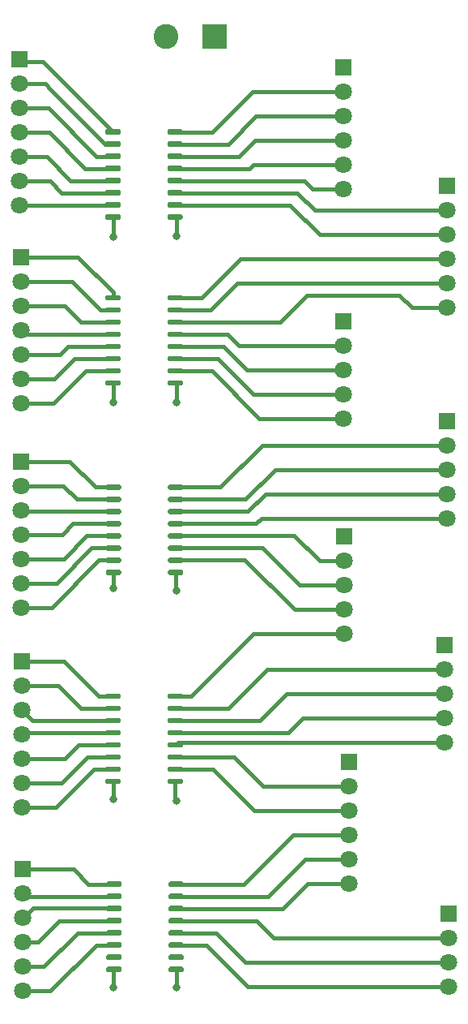
<source format=gtl>
%TF.GenerationSoftware,KiCad,Pcbnew,(5.1.10-1-10_14)*%
%TF.CreationDate,2022-05-12T15:34:05+03:00*%
%TF.ProjectId,Logic_signal_amplifier,4c6f6769-635f-4736-9967-6e616c5f616d,rev?*%
%TF.SameCoordinates,Original*%
%TF.FileFunction,Copper,L1,Top*%
%TF.FilePolarity,Positive*%
%FSLAX46Y46*%
G04 Gerber Fmt 4.6, Leading zero omitted, Abs format (unit mm)*
G04 Created by KiCad (PCBNEW (5.1.10-1-10_14)) date 2022-05-12 15:34:05*
%MOMM*%
%LPD*%
G01*
G04 APERTURE LIST*
%TA.AperFunction,ComponentPad*%
%ADD10C,2.600000*%
%TD*%
%TA.AperFunction,ComponentPad*%
%ADD11R,2.600000X2.600000*%
%TD*%
%TA.AperFunction,ComponentPad*%
%ADD12C,1.800000*%
%TD*%
%TA.AperFunction,ComponentPad*%
%ADD13R,1.800000X1.800000*%
%TD*%
%TA.AperFunction,ViaPad*%
%ADD14C,0.800000*%
%TD*%
%TA.AperFunction,Conductor*%
%ADD15C,0.400000*%
%TD*%
G04 APERTURE END LIST*
%TO.P,U5,16*%
%TO.N,7_br3*%
%TA.AperFunction,SMDPad,CuDef*%
G36*
G01*
X114450000Y-129292500D02*
X114450000Y-129017500D01*
G75*
G02*
X114587500Y-128880000I137500J0D01*
G01*
X115912500Y-128880000D01*
G75*
G02*
X116050000Y-129017500I0J-137500D01*
G01*
X116050000Y-129292500D01*
G75*
G02*
X115912500Y-129430000I-137500J0D01*
G01*
X114587500Y-129430000D01*
G75*
G02*
X114450000Y-129292500I0J137500D01*
G01*
G37*
%TD.AperFunction*%
%TO.P,U5,15*%
%TO.N,7_br4*%
%TA.AperFunction,SMDPad,CuDef*%
G36*
G01*
X114450000Y-130562500D02*
X114450000Y-130287500D01*
G75*
G02*
X114587500Y-130150000I137500J0D01*
G01*
X115912500Y-130150000D01*
G75*
G02*
X116050000Y-130287500I0J-137500D01*
G01*
X116050000Y-130562500D01*
G75*
G02*
X115912500Y-130700000I-137500J0D01*
G01*
X114587500Y-130700000D01*
G75*
G02*
X114450000Y-130562500I0J137500D01*
G01*
G37*
%TD.AperFunction*%
%TO.P,U5,14*%
%TO.N,7_br5*%
%TA.AperFunction,SMDPad,CuDef*%
G36*
G01*
X114450000Y-131832500D02*
X114450000Y-131557500D01*
G75*
G02*
X114587500Y-131420000I137500J0D01*
G01*
X115912500Y-131420000D01*
G75*
G02*
X116050000Y-131557500I0J-137500D01*
G01*
X116050000Y-131832500D01*
G75*
G02*
X115912500Y-131970000I-137500J0D01*
G01*
X114587500Y-131970000D01*
G75*
G02*
X114450000Y-131832500I0J137500D01*
G01*
G37*
%TD.AperFunction*%
%TO.P,U5,13*%
%TO.N,8_cbvm1*%
%TA.AperFunction,SMDPad,CuDef*%
G36*
G01*
X114450000Y-133102500D02*
X114450000Y-132827500D01*
G75*
G02*
X114587500Y-132690000I137500J0D01*
G01*
X115912500Y-132690000D01*
G75*
G02*
X116050000Y-132827500I0J-137500D01*
G01*
X116050000Y-133102500D01*
G75*
G02*
X115912500Y-133240000I-137500J0D01*
G01*
X114587500Y-133240000D01*
G75*
G02*
X114450000Y-133102500I0J137500D01*
G01*
G37*
%TD.AperFunction*%
%TO.P,U5,12*%
%TO.N,8_cbvm2*%
%TA.AperFunction,SMDPad,CuDef*%
G36*
G01*
X114450000Y-134372500D02*
X114450000Y-134097500D01*
G75*
G02*
X114587500Y-133960000I137500J0D01*
G01*
X115912500Y-133960000D01*
G75*
G02*
X116050000Y-134097500I0J-137500D01*
G01*
X116050000Y-134372500D01*
G75*
G02*
X115912500Y-134510000I-137500J0D01*
G01*
X114587500Y-134510000D01*
G75*
G02*
X114450000Y-134372500I0J137500D01*
G01*
G37*
%TD.AperFunction*%
%TO.P,U5,11*%
%TO.N,8_cbvm3*%
%TA.AperFunction,SMDPad,CuDef*%
G36*
G01*
X114450000Y-135642500D02*
X114450000Y-135367500D01*
G75*
G02*
X114587500Y-135230000I137500J0D01*
G01*
X115912500Y-135230000D01*
G75*
G02*
X116050000Y-135367500I0J-137500D01*
G01*
X116050000Y-135642500D01*
G75*
G02*
X115912500Y-135780000I-137500J0D01*
G01*
X114587500Y-135780000D01*
G75*
G02*
X114450000Y-135642500I0J137500D01*
G01*
G37*
%TD.AperFunction*%
%TO.P,U5,10*%
%TO.N,N/C*%
%TA.AperFunction,SMDPad,CuDef*%
G36*
G01*
X114450000Y-136912500D02*
X114450000Y-136637500D01*
G75*
G02*
X114587500Y-136500000I137500J0D01*
G01*
X115912500Y-136500000D01*
G75*
G02*
X116050000Y-136637500I0J-137500D01*
G01*
X116050000Y-136912500D01*
G75*
G02*
X115912500Y-137050000I-137500J0D01*
G01*
X114587500Y-137050000D01*
G75*
G02*
X114450000Y-136912500I0J137500D01*
G01*
G37*
%TD.AperFunction*%
%TO.P,U5,9*%
%TO.N,+5V*%
%TA.AperFunction,SMDPad,CuDef*%
G36*
G01*
X114450000Y-138182500D02*
X114450000Y-137907500D01*
G75*
G02*
X114587500Y-137770000I137500J0D01*
G01*
X115912500Y-137770000D01*
G75*
G02*
X116050000Y-137907500I0J-137500D01*
G01*
X116050000Y-138182500D01*
G75*
G02*
X115912500Y-138320000I-137500J0D01*
G01*
X114587500Y-138320000D01*
G75*
G02*
X114450000Y-138182500I0J137500D01*
G01*
G37*
%TD.AperFunction*%
%TO.P,U5,8*%
%TO.N,GND*%
%TA.AperFunction,SMDPad,CuDef*%
G36*
G01*
X107950000Y-138182500D02*
X107950000Y-137907500D01*
G75*
G02*
X108087500Y-137770000I137500J0D01*
G01*
X109412500Y-137770000D01*
G75*
G02*
X109550000Y-137907500I0J-137500D01*
G01*
X109550000Y-138182500D01*
G75*
G02*
X109412500Y-138320000I-137500J0D01*
G01*
X108087500Y-138320000D01*
G75*
G02*
X107950000Y-138182500I0J137500D01*
G01*
G37*
%TD.AperFunction*%
%TO.P,U5,7*%
%TO.N,N/C*%
%TA.AperFunction,SMDPad,CuDef*%
G36*
G01*
X107950000Y-136912500D02*
X107950000Y-136637500D01*
G75*
G02*
X108087500Y-136500000I137500J0D01*
G01*
X109412500Y-136500000D01*
G75*
G02*
X109550000Y-136637500I0J-137500D01*
G01*
X109550000Y-136912500D01*
G75*
G02*
X109412500Y-137050000I-137500J0D01*
G01*
X108087500Y-137050000D01*
G75*
G02*
X107950000Y-136912500I0J137500D01*
G01*
G37*
%TD.AperFunction*%
%TO.P,U5,6*%
%TO.N,Net-(J5-Pad6)*%
%TA.AperFunction,SMDPad,CuDef*%
G36*
G01*
X107950000Y-135642500D02*
X107950000Y-135367500D01*
G75*
G02*
X108087500Y-135230000I137500J0D01*
G01*
X109412500Y-135230000D01*
G75*
G02*
X109550000Y-135367500I0J-137500D01*
G01*
X109550000Y-135642500D01*
G75*
G02*
X109412500Y-135780000I-137500J0D01*
G01*
X108087500Y-135780000D01*
G75*
G02*
X107950000Y-135642500I0J137500D01*
G01*
G37*
%TD.AperFunction*%
%TO.P,U5,5*%
%TO.N,Net-(J5-Pad5)*%
%TA.AperFunction,SMDPad,CuDef*%
G36*
G01*
X107950000Y-134372500D02*
X107950000Y-134097500D01*
G75*
G02*
X108087500Y-133960000I137500J0D01*
G01*
X109412500Y-133960000D01*
G75*
G02*
X109550000Y-134097500I0J-137500D01*
G01*
X109550000Y-134372500D01*
G75*
G02*
X109412500Y-134510000I-137500J0D01*
G01*
X108087500Y-134510000D01*
G75*
G02*
X107950000Y-134372500I0J137500D01*
G01*
G37*
%TD.AperFunction*%
%TO.P,U5,4*%
%TO.N,Net-(J5-Pad4)*%
%TA.AperFunction,SMDPad,CuDef*%
G36*
G01*
X107950000Y-133102500D02*
X107950000Y-132827500D01*
G75*
G02*
X108087500Y-132690000I137500J0D01*
G01*
X109412500Y-132690000D01*
G75*
G02*
X109550000Y-132827500I0J-137500D01*
G01*
X109550000Y-133102500D01*
G75*
G02*
X109412500Y-133240000I-137500J0D01*
G01*
X108087500Y-133240000D01*
G75*
G02*
X107950000Y-133102500I0J137500D01*
G01*
G37*
%TD.AperFunction*%
%TO.P,U5,3*%
%TO.N,Net-(J5-Pad3)*%
%TA.AperFunction,SMDPad,CuDef*%
G36*
G01*
X107950000Y-131832500D02*
X107950000Y-131557500D01*
G75*
G02*
X108087500Y-131420000I137500J0D01*
G01*
X109412500Y-131420000D01*
G75*
G02*
X109550000Y-131557500I0J-137500D01*
G01*
X109550000Y-131832500D01*
G75*
G02*
X109412500Y-131970000I-137500J0D01*
G01*
X108087500Y-131970000D01*
G75*
G02*
X107950000Y-131832500I0J137500D01*
G01*
G37*
%TD.AperFunction*%
%TO.P,U5,2*%
%TO.N,Net-(J5-Pad2)*%
%TA.AperFunction,SMDPad,CuDef*%
G36*
G01*
X107950000Y-130562500D02*
X107950000Y-130287500D01*
G75*
G02*
X108087500Y-130150000I137500J0D01*
G01*
X109412500Y-130150000D01*
G75*
G02*
X109550000Y-130287500I0J-137500D01*
G01*
X109550000Y-130562500D01*
G75*
G02*
X109412500Y-130700000I-137500J0D01*
G01*
X108087500Y-130700000D01*
G75*
G02*
X107950000Y-130562500I0J137500D01*
G01*
G37*
%TD.AperFunction*%
%TO.P,U5,1*%
%TO.N,Net-(J5-Pad1)*%
%TA.AperFunction,SMDPad,CuDef*%
G36*
G01*
X107950000Y-129292500D02*
X107950000Y-129017500D01*
G75*
G02*
X108087500Y-128880000I137500J0D01*
G01*
X109412500Y-128880000D01*
G75*
G02*
X109550000Y-129017500I0J-137500D01*
G01*
X109550000Y-129292500D01*
G75*
G02*
X109412500Y-129430000I-137500J0D01*
G01*
X108087500Y-129430000D01*
G75*
G02*
X107950000Y-129292500I0J137500D01*
G01*
G37*
%TD.AperFunction*%
%TD*%
%TO.P,U4,16*%
%TO.N,5_bcm4*%
%TA.AperFunction,SMDPad,CuDef*%
G36*
G01*
X114350000Y-109692500D02*
X114350000Y-109417500D01*
G75*
G02*
X114487500Y-109280000I137500J0D01*
G01*
X115812500Y-109280000D01*
G75*
G02*
X115950000Y-109417500I0J-137500D01*
G01*
X115950000Y-109692500D01*
G75*
G02*
X115812500Y-109830000I-137500J0D01*
G01*
X114487500Y-109830000D01*
G75*
G02*
X114350000Y-109692500I0J137500D01*
G01*
G37*
%TD.AperFunction*%
%TO.P,U4,15*%
%TO.N,6_bvs1*%
%TA.AperFunction,SMDPad,CuDef*%
G36*
G01*
X114350000Y-110962500D02*
X114350000Y-110687500D01*
G75*
G02*
X114487500Y-110550000I137500J0D01*
G01*
X115812500Y-110550000D01*
G75*
G02*
X115950000Y-110687500I0J-137500D01*
G01*
X115950000Y-110962500D01*
G75*
G02*
X115812500Y-111100000I-137500J0D01*
G01*
X114487500Y-111100000D01*
G75*
G02*
X114350000Y-110962500I0J137500D01*
G01*
G37*
%TD.AperFunction*%
%TO.P,U4,14*%
%TO.N,6_bvs2*%
%TA.AperFunction,SMDPad,CuDef*%
G36*
G01*
X114350000Y-112232500D02*
X114350000Y-111957500D01*
G75*
G02*
X114487500Y-111820000I137500J0D01*
G01*
X115812500Y-111820000D01*
G75*
G02*
X115950000Y-111957500I0J-137500D01*
G01*
X115950000Y-112232500D01*
G75*
G02*
X115812500Y-112370000I-137500J0D01*
G01*
X114487500Y-112370000D01*
G75*
G02*
X114350000Y-112232500I0J137500D01*
G01*
G37*
%TD.AperFunction*%
%TO.P,U4,13*%
%TO.N,6_bvs3*%
%TA.AperFunction,SMDPad,CuDef*%
G36*
G01*
X114350000Y-113502500D02*
X114350000Y-113227500D01*
G75*
G02*
X114487500Y-113090000I137500J0D01*
G01*
X115812500Y-113090000D01*
G75*
G02*
X115950000Y-113227500I0J-137500D01*
G01*
X115950000Y-113502500D01*
G75*
G02*
X115812500Y-113640000I-137500J0D01*
G01*
X114487500Y-113640000D01*
G75*
G02*
X114350000Y-113502500I0J137500D01*
G01*
G37*
%TD.AperFunction*%
%TO.P,U4,12*%
%TO.N,6_bvs4*%
%TA.AperFunction,SMDPad,CuDef*%
G36*
G01*
X114350000Y-114772500D02*
X114350000Y-114497500D01*
G75*
G02*
X114487500Y-114360000I137500J0D01*
G01*
X115812500Y-114360000D01*
G75*
G02*
X115950000Y-114497500I0J-137500D01*
G01*
X115950000Y-114772500D01*
G75*
G02*
X115812500Y-114910000I-137500J0D01*
G01*
X114487500Y-114910000D01*
G75*
G02*
X114350000Y-114772500I0J137500D01*
G01*
G37*
%TD.AperFunction*%
%TO.P,U4,11*%
%TO.N,7_br1*%
%TA.AperFunction,SMDPad,CuDef*%
G36*
G01*
X114350000Y-116042500D02*
X114350000Y-115767500D01*
G75*
G02*
X114487500Y-115630000I137500J0D01*
G01*
X115812500Y-115630000D01*
G75*
G02*
X115950000Y-115767500I0J-137500D01*
G01*
X115950000Y-116042500D01*
G75*
G02*
X115812500Y-116180000I-137500J0D01*
G01*
X114487500Y-116180000D01*
G75*
G02*
X114350000Y-116042500I0J137500D01*
G01*
G37*
%TD.AperFunction*%
%TO.P,U4,10*%
%TO.N,7_br2*%
%TA.AperFunction,SMDPad,CuDef*%
G36*
G01*
X114350000Y-117312500D02*
X114350000Y-117037500D01*
G75*
G02*
X114487500Y-116900000I137500J0D01*
G01*
X115812500Y-116900000D01*
G75*
G02*
X115950000Y-117037500I0J-137500D01*
G01*
X115950000Y-117312500D01*
G75*
G02*
X115812500Y-117450000I-137500J0D01*
G01*
X114487500Y-117450000D01*
G75*
G02*
X114350000Y-117312500I0J137500D01*
G01*
G37*
%TD.AperFunction*%
%TO.P,U4,9*%
%TO.N,+5V*%
%TA.AperFunction,SMDPad,CuDef*%
G36*
G01*
X114350000Y-118582500D02*
X114350000Y-118307500D01*
G75*
G02*
X114487500Y-118170000I137500J0D01*
G01*
X115812500Y-118170000D01*
G75*
G02*
X115950000Y-118307500I0J-137500D01*
G01*
X115950000Y-118582500D01*
G75*
G02*
X115812500Y-118720000I-137500J0D01*
G01*
X114487500Y-118720000D01*
G75*
G02*
X114350000Y-118582500I0J137500D01*
G01*
G37*
%TD.AperFunction*%
%TO.P,U4,8*%
%TO.N,GND*%
%TA.AperFunction,SMDPad,CuDef*%
G36*
G01*
X107850000Y-118582500D02*
X107850000Y-118307500D01*
G75*
G02*
X107987500Y-118170000I137500J0D01*
G01*
X109312500Y-118170000D01*
G75*
G02*
X109450000Y-118307500I0J-137500D01*
G01*
X109450000Y-118582500D01*
G75*
G02*
X109312500Y-118720000I-137500J0D01*
G01*
X107987500Y-118720000D01*
G75*
G02*
X107850000Y-118582500I0J137500D01*
G01*
G37*
%TD.AperFunction*%
%TO.P,U4,7*%
%TO.N,Net-(J4-Pad7)*%
%TA.AperFunction,SMDPad,CuDef*%
G36*
G01*
X107850000Y-117312500D02*
X107850000Y-117037500D01*
G75*
G02*
X107987500Y-116900000I137500J0D01*
G01*
X109312500Y-116900000D01*
G75*
G02*
X109450000Y-117037500I0J-137500D01*
G01*
X109450000Y-117312500D01*
G75*
G02*
X109312500Y-117450000I-137500J0D01*
G01*
X107987500Y-117450000D01*
G75*
G02*
X107850000Y-117312500I0J137500D01*
G01*
G37*
%TD.AperFunction*%
%TO.P,U4,6*%
%TO.N,Net-(J4-Pad6)*%
%TA.AperFunction,SMDPad,CuDef*%
G36*
G01*
X107850000Y-116042500D02*
X107850000Y-115767500D01*
G75*
G02*
X107987500Y-115630000I137500J0D01*
G01*
X109312500Y-115630000D01*
G75*
G02*
X109450000Y-115767500I0J-137500D01*
G01*
X109450000Y-116042500D01*
G75*
G02*
X109312500Y-116180000I-137500J0D01*
G01*
X107987500Y-116180000D01*
G75*
G02*
X107850000Y-116042500I0J137500D01*
G01*
G37*
%TD.AperFunction*%
%TO.P,U4,5*%
%TO.N,Net-(J4-Pad5)*%
%TA.AperFunction,SMDPad,CuDef*%
G36*
G01*
X107850000Y-114772500D02*
X107850000Y-114497500D01*
G75*
G02*
X107987500Y-114360000I137500J0D01*
G01*
X109312500Y-114360000D01*
G75*
G02*
X109450000Y-114497500I0J-137500D01*
G01*
X109450000Y-114772500D01*
G75*
G02*
X109312500Y-114910000I-137500J0D01*
G01*
X107987500Y-114910000D01*
G75*
G02*
X107850000Y-114772500I0J137500D01*
G01*
G37*
%TD.AperFunction*%
%TO.P,U4,4*%
%TO.N,Net-(J4-Pad4)*%
%TA.AperFunction,SMDPad,CuDef*%
G36*
G01*
X107850000Y-113502500D02*
X107850000Y-113227500D01*
G75*
G02*
X107987500Y-113090000I137500J0D01*
G01*
X109312500Y-113090000D01*
G75*
G02*
X109450000Y-113227500I0J-137500D01*
G01*
X109450000Y-113502500D01*
G75*
G02*
X109312500Y-113640000I-137500J0D01*
G01*
X107987500Y-113640000D01*
G75*
G02*
X107850000Y-113502500I0J137500D01*
G01*
G37*
%TD.AperFunction*%
%TO.P,U4,3*%
%TO.N,Net-(J4-Pad3)*%
%TA.AperFunction,SMDPad,CuDef*%
G36*
G01*
X107850000Y-112232500D02*
X107850000Y-111957500D01*
G75*
G02*
X107987500Y-111820000I137500J0D01*
G01*
X109312500Y-111820000D01*
G75*
G02*
X109450000Y-111957500I0J-137500D01*
G01*
X109450000Y-112232500D01*
G75*
G02*
X109312500Y-112370000I-137500J0D01*
G01*
X107987500Y-112370000D01*
G75*
G02*
X107850000Y-112232500I0J137500D01*
G01*
G37*
%TD.AperFunction*%
%TO.P,U4,2*%
%TO.N,Net-(J4-Pad2)*%
%TA.AperFunction,SMDPad,CuDef*%
G36*
G01*
X107850000Y-110962500D02*
X107850000Y-110687500D01*
G75*
G02*
X107987500Y-110550000I137500J0D01*
G01*
X109312500Y-110550000D01*
G75*
G02*
X109450000Y-110687500I0J-137500D01*
G01*
X109450000Y-110962500D01*
G75*
G02*
X109312500Y-111100000I-137500J0D01*
G01*
X107987500Y-111100000D01*
G75*
G02*
X107850000Y-110962500I0J137500D01*
G01*
G37*
%TD.AperFunction*%
%TO.P,U4,1*%
%TO.N,Net-(J4-Pad1)*%
%TA.AperFunction,SMDPad,CuDef*%
G36*
G01*
X107850000Y-109692500D02*
X107850000Y-109417500D01*
G75*
G02*
X107987500Y-109280000I137500J0D01*
G01*
X109312500Y-109280000D01*
G75*
G02*
X109450000Y-109417500I0J-137500D01*
G01*
X109450000Y-109692500D01*
G75*
G02*
X109312500Y-109830000I-137500J0D01*
G01*
X107987500Y-109830000D01*
G75*
G02*
X107850000Y-109692500I0J137500D01*
G01*
G37*
%TD.AperFunction*%
%TD*%
%TO.P,U3,16*%
%TO.N,4_ecm1*%
%TA.AperFunction,SMDPad,CuDef*%
G36*
G01*
X114400000Y-87857500D02*
X114400000Y-87582500D01*
G75*
G02*
X114537500Y-87445000I137500J0D01*
G01*
X115862500Y-87445000D01*
G75*
G02*
X116000000Y-87582500I0J-137500D01*
G01*
X116000000Y-87857500D01*
G75*
G02*
X115862500Y-87995000I-137500J0D01*
G01*
X114537500Y-87995000D01*
G75*
G02*
X114400000Y-87857500I0J137500D01*
G01*
G37*
%TD.AperFunction*%
%TO.P,U3,15*%
%TO.N,4_ecm2*%
%TA.AperFunction,SMDPad,CuDef*%
G36*
G01*
X114400000Y-89127500D02*
X114400000Y-88852500D01*
G75*
G02*
X114537500Y-88715000I137500J0D01*
G01*
X115862500Y-88715000D01*
G75*
G02*
X116000000Y-88852500I0J-137500D01*
G01*
X116000000Y-89127500D01*
G75*
G02*
X115862500Y-89265000I-137500J0D01*
G01*
X114537500Y-89265000D01*
G75*
G02*
X114400000Y-89127500I0J137500D01*
G01*
G37*
%TD.AperFunction*%
%TO.P,U3,14*%
%TO.N,4_rp1*%
%TA.AperFunction,SMDPad,CuDef*%
G36*
G01*
X114400000Y-90397500D02*
X114400000Y-90122500D01*
G75*
G02*
X114537500Y-89985000I137500J0D01*
G01*
X115862500Y-89985000D01*
G75*
G02*
X116000000Y-90122500I0J-137500D01*
G01*
X116000000Y-90397500D01*
G75*
G02*
X115862500Y-90535000I-137500J0D01*
G01*
X114537500Y-90535000D01*
G75*
G02*
X114400000Y-90397500I0J137500D01*
G01*
G37*
%TD.AperFunction*%
%TO.P,U3,13*%
%TO.N,4_rp2*%
%TA.AperFunction,SMDPad,CuDef*%
G36*
G01*
X114400000Y-91667500D02*
X114400000Y-91392500D01*
G75*
G02*
X114537500Y-91255000I137500J0D01*
G01*
X115862500Y-91255000D01*
G75*
G02*
X116000000Y-91392500I0J-137500D01*
G01*
X116000000Y-91667500D01*
G75*
G02*
X115862500Y-91805000I-137500J0D01*
G01*
X114537500Y-91805000D01*
G75*
G02*
X114400000Y-91667500I0J137500D01*
G01*
G37*
%TD.AperFunction*%
%TO.P,U3,12*%
%TO.N,5_bcm1*%
%TA.AperFunction,SMDPad,CuDef*%
G36*
G01*
X114400000Y-92937500D02*
X114400000Y-92662500D01*
G75*
G02*
X114537500Y-92525000I137500J0D01*
G01*
X115862500Y-92525000D01*
G75*
G02*
X116000000Y-92662500I0J-137500D01*
G01*
X116000000Y-92937500D01*
G75*
G02*
X115862500Y-93075000I-137500J0D01*
G01*
X114537500Y-93075000D01*
G75*
G02*
X114400000Y-92937500I0J137500D01*
G01*
G37*
%TD.AperFunction*%
%TO.P,U3,11*%
%TO.N,5_bcm2*%
%TA.AperFunction,SMDPad,CuDef*%
G36*
G01*
X114400000Y-94207500D02*
X114400000Y-93932500D01*
G75*
G02*
X114537500Y-93795000I137500J0D01*
G01*
X115862500Y-93795000D01*
G75*
G02*
X116000000Y-93932500I0J-137500D01*
G01*
X116000000Y-94207500D01*
G75*
G02*
X115862500Y-94345000I-137500J0D01*
G01*
X114537500Y-94345000D01*
G75*
G02*
X114400000Y-94207500I0J137500D01*
G01*
G37*
%TD.AperFunction*%
%TO.P,U3,10*%
%TO.N,5_bcm3*%
%TA.AperFunction,SMDPad,CuDef*%
G36*
G01*
X114400000Y-95477500D02*
X114400000Y-95202500D01*
G75*
G02*
X114537500Y-95065000I137500J0D01*
G01*
X115862500Y-95065000D01*
G75*
G02*
X116000000Y-95202500I0J-137500D01*
G01*
X116000000Y-95477500D01*
G75*
G02*
X115862500Y-95615000I-137500J0D01*
G01*
X114537500Y-95615000D01*
G75*
G02*
X114400000Y-95477500I0J137500D01*
G01*
G37*
%TD.AperFunction*%
%TO.P,U3,9*%
%TO.N,+5V*%
%TA.AperFunction,SMDPad,CuDef*%
G36*
G01*
X114400000Y-96747500D02*
X114400000Y-96472500D01*
G75*
G02*
X114537500Y-96335000I137500J0D01*
G01*
X115862500Y-96335000D01*
G75*
G02*
X116000000Y-96472500I0J-137500D01*
G01*
X116000000Y-96747500D01*
G75*
G02*
X115862500Y-96885000I-137500J0D01*
G01*
X114537500Y-96885000D01*
G75*
G02*
X114400000Y-96747500I0J137500D01*
G01*
G37*
%TD.AperFunction*%
%TO.P,U3,8*%
%TO.N,GND*%
%TA.AperFunction,SMDPad,CuDef*%
G36*
G01*
X107900000Y-96747500D02*
X107900000Y-96472500D01*
G75*
G02*
X108037500Y-96335000I137500J0D01*
G01*
X109362500Y-96335000D01*
G75*
G02*
X109500000Y-96472500I0J-137500D01*
G01*
X109500000Y-96747500D01*
G75*
G02*
X109362500Y-96885000I-137500J0D01*
G01*
X108037500Y-96885000D01*
G75*
G02*
X107900000Y-96747500I0J137500D01*
G01*
G37*
%TD.AperFunction*%
%TO.P,U3,7*%
%TO.N,Net-(J3-Pad7)*%
%TA.AperFunction,SMDPad,CuDef*%
G36*
G01*
X107900000Y-95477500D02*
X107900000Y-95202500D01*
G75*
G02*
X108037500Y-95065000I137500J0D01*
G01*
X109362500Y-95065000D01*
G75*
G02*
X109500000Y-95202500I0J-137500D01*
G01*
X109500000Y-95477500D01*
G75*
G02*
X109362500Y-95615000I-137500J0D01*
G01*
X108037500Y-95615000D01*
G75*
G02*
X107900000Y-95477500I0J137500D01*
G01*
G37*
%TD.AperFunction*%
%TO.P,U3,6*%
%TO.N,Net-(J3-Pad6)*%
%TA.AperFunction,SMDPad,CuDef*%
G36*
G01*
X107900000Y-94207500D02*
X107900000Y-93932500D01*
G75*
G02*
X108037500Y-93795000I137500J0D01*
G01*
X109362500Y-93795000D01*
G75*
G02*
X109500000Y-93932500I0J-137500D01*
G01*
X109500000Y-94207500D01*
G75*
G02*
X109362500Y-94345000I-137500J0D01*
G01*
X108037500Y-94345000D01*
G75*
G02*
X107900000Y-94207500I0J137500D01*
G01*
G37*
%TD.AperFunction*%
%TO.P,U3,5*%
%TO.N,Net-(J3-Pad5)*%
%TA.AperFunction,SMDPad,CuDef*%
G36*
G01*
X107900000Y-92937500D02*
X107900000Y-92662500D01*
G75*
G02*
X108037500Y-92525000I137500J0D01*
G01*
X109362500Y-92525000D01*
G75*
G02*
X109500000Y-92662500I0J-137500D01*
G01*
X109500000Y-92937500D01*
G75*
G02*
X109362500Y-93075000I-137500J0D01*
G01*
X108037500Y-93075000D01*
G75*
G02*
X107900000Y-92937500I0J137500D01*
G01*
G37*
%TD.AperFunction*%
%TO.P,U3,4*%
%TO.N,Net-(J3-Pad4)*%
%TA.AperFunction,SMDPad,CuDef*%
G36*
G01*
X107900000Y-91667500D02*
X107900000Y-91392500D01*
G75*
G02*
X108037500Y-91255000I137500J0D01*
G01*
X109362500Y-91255000D01*
G75*
G02*
X109500000Y-91392500I0J-137500D01*
G01*
X109500000Y-91667500D01*
G75*
G02*
X109362500Y-91805000I-137500J0D01*
G01*
X108037500Y-91805000D01*
G75*
G02*
X107900000Y-91667500I0J137500D01*
G01*
G37*
%TD.AperFunction*%
%TO.P,U3,3*%
%TO.N,Net-(J3-Pad3)*%
%TA.AperFunction,SMDPad,CuDef*%
G36*
G01*
X107900000Y-90397500D02*
X107900000Y-90122500D01*
G75*
G02*
X108037500Y-89985000I137500J0D01*
G01*
X109362500Y-89985000D01*
G75*
G02*
X109500000Y-90122500I0J-137500D01*
G01*
X109500000Y-90397500D01*
G75*
G02*
X109362500Y-90535000I-137500J0D01*
G01*
X108037500Y-90535000D01*
G75*
G02*
X107900000Y-90397500I0J137500D01*
G01*
G37*
%TD.AperFunction*%
%TO.P,U3,2*%
%TO.N,Net-(J3-Pad2)*%
%TA.AperFunction,SMDPad,CuDef*%
G36*
G01*
X107900000Y-89127500D02*
X107900000Y-88852500D01*
G75*
G02*
X108037500Y-88715000I137500J0D01*
G01*
X109362500Y-88715000D01*
G75*
G02*
X109500000Y-88852500I0J-137500D01*
G01*
X109500000Y-89127500D01*
G75*
G02*
X109362500Y-89265000I-137500J0D01*
G01*
X108037500Y-89265000D01*
G75*
G02*
X107900000Y-89127500I0J137500D01*
G01*
G37*
%TD.AperFunction*%
%TO.P,U3,1*%
%TO.N,Net-(J3-Pad1)*%
%TA.AperFunction,SMDPad,CuDef*%
G36*
G01*
X107900000Y-87857500D02*
X107900000Y-87582500D01*
G75*
G02*
X108037500Y-87445000I137500J0D01*
G01*
X109362500Y-87445000D01*
G75*
G02*
X109500000Y-87582500I0J-137500D01*
G01*
X109500000Y-87857500D01*
G75*
G02*
X109362500Y-87995000I-137500J0D01*
G01*
X108037500Y-87995000D01*
G75*
G02*
X107900000Y-87857500I0J137500D01*
G01*
G37*
%TD.AperFunction*%
%TD*%
%TO.P,U2,16*%
%TO.N,2_bcs3*%
%TA.AperFunction,SMDPad,CuDef*%
G36*
G01*
X114350000Y-68092500D02*
X114350000Y-67817500D01*
G75*
G02*
X114487500Y-67680000I137500J0D01*
G01*
X115812500Y-67680000D01*
G75*
G02*
X115950000Y-67817500I0J-137500D01*
G01*
X115950000Y-68092500D01*
G75*
G02*
X115812500Y-68230000I-137500J0D01*
G01*
X114487500Y-68230000D01*
G75*
G02*
X114350000Y-68092500I0J137500D01*
G01*
G37*
%TD.AperFunction*%
%TO.P,U2,15*%
%TO.N,2_bcs4*%
%TA.AperFunction,SMDPad,CuDef*%
G36*
G01*
X114350000Y-69362500D02*
X114350000Y-69087500D01*
G75*
G02*
X114487500Y-68950000I137500J0D01*
G01*
X115812500Y-68950000D01*
G75*
G02*
X115950000Y-69087500I0J-137500D01*
G01*
X115950000Y-69362500D01*
G75*
G02*
X115812500Y-69500000I-137500J0D01*
G01*
X114487500Y-69500000D01*
G75*
G02*
X114350000Y-69362500I0J137500D01*
G01*
G37*
%TD.AperFunction*%
%TO.P,U2,14*%
%TO.N,2_bcs5*%
%TA.AperFunction,SMDPad,CuDef*%
G36*
G01*
X114350000Y-70632500D02*
X114350000Y-70357500D01*
G75*
G02*
X114487500Y-70220000I137500J0D01*
G01*
X115812500Y-70220000D01*
G75*
G02*
X115950000Y-70357500I0J-137500D01*
G01*
X115950000Y-70632500D01*
G75*
G02*
X115812500Y-70770000I-137500J0D01*
G01*
X114487500Y-70770000D01*
G75*
G02*
X114350000Y-70632500I0J137500D01*
G01*
G37*
%TD.AperFunction*%
%TO.P,U2,13*%
%TO.N,3_ccm1*%
%TA.AperFunction,SMDPad,CuDef*%
G36*
G01*
X114350000Y-71902500D02*
X114350000Y-71627500D01*
G75*
G02*
X114487500Y-71490000I137500J0D01*
G01*
X115812500Y-71490000D01*
G75*
G02*
X115950000Y-71627500I0J-137500D01*
G01*
X115950000Y-71902500D01*
G75*
G02*
X115812500Y-72040000I-137500J0D01*
G01*
X114487500Y-72040000D01*
G75*
G02*
X114350000Y-71902500I0J137500D01*
G01*
G37*
%TD.AperFunction*%
%TO.P,U2,12*%
%TO.N,3_ccm2*%
%TA.AperFunction,SMDPad,CuDef*%
G36*
G01*
X114350000Y-73172500D02*
X114350000Y-72897500D01*
G75*
G02*
X114487500Y-72760000I137500J0D01*
G01*
X115812500Y-72760000D01*
G75*
G02*
X115950000Y-72897500I0J-137500D01*
G01*
X115950000Y-73172500D01*
G75*
G02*
X115812500Y-73310000I-137500J0D01*
G01*
X114487500Y-73310000D01*
G75*
G02*
X114350000Y-73172500I0J137500D01*
G01*
G37*
%TD.AperFunction*%
%TO.P,U2,11*%
%TO.N,3_ccm3*%
%TA.AperFunction,SMDPad,CuDef*%
G36*
G01*
X114350000Y-74442500D02*
X114350000Y-74167500D01*
G75*
G02*
X114487500Y-74030000I137500J0D01*
G01*
X115812500Y-74030000D01*
G75*
G02*
X115950000Y-74167500I0J-137500D01*
G01*
X115950000Y-74442500D01*
G75*
G02*
X115812500Y-74580000I-137500J0D01*
G01*
X114487500Y-74580000D01*
G75*
G02*
X114350000Y-74442500I0J137500D01*
G01*
G37*
%TD.AperFunction*%
%TO.P,U2,10*%
%TO.N,3_ccm4*%
%TA.AperFunction,SMDPad,CuDef*%
G36*
G01*
X114350000Y-75712500D02*
X114350000Y-75437500D01*
G75*
G02*
X114487500Y-75300000I137500J0D01*
G01*
X115812500Y-75300000D01*
G75*
G02*
X115950000Y-75437500I0J-137500D01*
G01*
X115950000Y-75712500D01*
G75*
G02*
X115812500Y-75850000I-137500J0D01*
G01*
X114487500Y-75850000D01*
G75*
G02*
X114350000Y-75712500I0J137500D01*
G01*
G37*
%TD.AperFunction*%
%TO.P,U2,9*%
%TO.N,+5V*%
%TA.AperFunction,SMDPad,CuDef*%
G36*
G01*
X114350000Y-76982500D02*
X114350000Y-76707500D01*
G75*
G02*
X114487500Y-76570000I137500J0D01*
G01*
X115812500Y-76570000D01*
G75*
G02*
X115950000Y-76707500I0J-137500D01*
G01*
X115950000Y-76982500D01*
G75*
G02*
X115812500Y-77120000I-137500J0D01*
G01*
X114487500Y-77120000D01*
G75*
G02*
X114350000Y-76982500I0J137500D01*
G01*
G37*
%TD.AperFunction*%
%TO.P,U2,8*%
%TO.N,GND*%
%TA.AperFunction,SMDPad,CuDef*%
G36*
G01*
X107850000Y-76982500D02*
X107850000Y-76707500D01*
G75*
G02*
X107987500Y-76570000I137500J0D01*
G01*
X109312500Y-76570000D01*
G75*
G02*
X109450000Y-76707500I0J-137500D01*
G01*
X109450000Y-76982500D01*
G75*
G02*
X109312500Y-77120000I-137500J0D01*
G01*
X107987500Y-77120000D01*
G75*
G02*
X107850000Y-76982500I0J137500D01*
G01*
G37*
%TD.AperFunction*%
%TO.P,U2,7*%
%TO.N,Net-(J2-Pad7)*%
%TA.AperFunction,SMDPad,CuDef*%
G36*
G01*
X107850000Y-75712500D02*
X107850000Y-75437500D01*
G75*
G02*
X107987500Y-75300000I137500J0D01*
G01*
X109312500Y-75300000D01*
G75*
G02*
X109450000Y-75437500I0J-137500D01*
G01*
X109450000Y-75712500D01*
G75*
G02*
X109312500Y-75850000I-137500J0D01*
G01*
X107987500Y-75850000D01*
G75*
G02*
X107850000Y-75712500I0J137500D01*
G01*
G37*
%TD.AperFunction*%
%TO.P,U2,6*%
%TO.N,Net-(J2-Pad6)*%
%TA.AperFunction,SMDPad,CuDef*%
G36*
G01*
X107850000Y-74442500D02*
X107850000Y-74167500D01*
G75*
G02*
X107987500Y-74030000I137500J0D01*
G01*
X109312500Y-74030000D01*
G75*
G02*
X109450000Y-74167500I0J-137500D01*
G01*
X109450000Y-74442500D01*
G75*
G02*
X109312500Y-74580000I-137500J0D01*
G01*
X107987500Y-74580000D01*
G75*
G02*
X107850000Y-74442500I0J137500D01*
G01*
G37*
%TD.AperFunction*%
%TO.P,U2,5*%
%TO.N,Net-(J2-Pad5)*%
%TA.AperFunction,SMDPad,CuDef*%
G36*
G01*
X107850000Y-73172500D02*
X107850000Y-72897500D01*
G75*
G02*
X107987500Y-72760000I137500J0D01*
G01*
X109312500Y-72760000D01*
G75*
G02*
X109450000Y-72897500I0J-137500D01*
G01*
X109450000Y-73172500D01*
G75*
G02*
X109312500Y-73310000I-137500J0D01*
G01*
X107987500Y-73310000D01*
G75*
G02*
X107850000Y-73172500I0J137500D01*
G01*
G37*
%TD.AperFunction*%
%TO.P,U2,4*%
%TO.N,Net-(J2-Pad4)*%
%TA.AperFunction,SMDPad,CuDef*%
G36*
G01*
X107850000Y-71902500D02*
X107850000Y-71627500D01*
G75*
G02*
X107987500Y-71490000I137500J0D01*
G01*
X109312500Y-71490000D01*
G75*
G02*
X109450000Y-71627500I0J-137500D01*
G01*
X109450000Y-71902500D01*
G75*
G02*
X109312500Y-72040000I-137500J0D01*
G01*
X107987500Y-72040000D01*
G75*
G02*
X107850000Y-71902500I0J137500D01*
G01*
G37*
%TD.AperFunction*%
%TO.P,U2,3*%
%TO.N,Net-(J2-Pad3)*%
%TA.AperFunction,SMDPad,CuDef*%
G36*
G01*
X107850000Y-70632500D02*
X107850000Y-70357500D01*
G75*
G02*
X107987500Y-70220000I137500J0D01*
G01*
X109312500Y-70220000D01*
G75*
G02*
X109450000Y-70357500I0J-137500D01*
G01*
X109450000Y-70632500D01*
G75*
G02*
X109312500Y-70770000I-137500J0D01*
G01*
X107987500Y-70770000D01*
G75*
G02*
X107850000Y-70632500I0J137500D01*
G01*
G37*
%TD.AperFunction*%
%TO.P,U2,2*%
%TO.N,Net-(J2-Pad2)*%
%TA.AperFunction,SMDPad,CuDef*%
G36*
G01*
X107850000Y-69362500D02*
X107850000Y-69087500D01*
G75*
G02*
X107987500Y-68950000I137500J0D01*
G01*
X109312500Y-68950000D01*
G75*
G02*
X109450000Y-69087500I0J-137500D01*
G01*
X109450000Y-69362500D01*
G75*
G02*
X109312500Y-69500000I-137500J0D01*
G01*
X107987500Y-69500000D01*
G75*
G02*
X107850000Y-69362500I0J137500D01*
G01*
G37*
%TD.AperFunction*%
%TO.P,U2,1*%
%TO.N,Net-(J2-Pad1)*%
%TA.AperFunction,SMDPad,CuDef*%
G36*
G01*
X107850000Y-68092500D02*
X107850000Y-67817500D01*
G75*
G02*
X107987500Y-67680000I137500J0D01*
G01*
X109312500Y-67680000D01*
G75*
G02*
X109450000Y-67817500I0J-137500D01*
G01*
X109450000Y-68092500D01*
G75*
G02*
X109312500Y-68230000I-137500J0D01*
G01*
X107987500Y-68230000D01*
G75*
G02*
X107850000Y-68092500I0J137500D01*
G01*
G37*
%TD.AperFunction*%
%TD*%
%TO.P,U1,16*%
%TO.N,1_ccs1*%
%TA.AperFunction,SMDPad,CuDef*%
G36*
G01*
X114350000Y-50792500D02*
X114350000Y-50517500D01*
G75*
G02*
X114487500Y-50380000I137500J0D01*
G01*
X115812500Y-50380000D01*
G75*
G02*
X115950000Y-50517500I0J-137500D01*
G01*
X115950000Y-50792500D01*
G75*
G02*
X115812500Y-50930000I-137500J0D01*
G01*
X114487500Y-50930000D01*
G75*
G02*
X114350000Y-50792500I0J137500D01*
G01*
G37*
%TD.AperFunction*%
%TO.P,U1,15*%
%TO.N,1_ccs2*%
%TA.AperFunction,SMDPad,CuDef*%
G36*
G01*
X114350000Y-52062500D02*
X114350000Y-51787500D01*
G75*
G02*
X114487500Y-51650000I137500J0D01*
G01*
X115812500Y-51650000D01*
G75*
G02*
X115950000Y-51787500I0J-137500D01*
G01*
X115950000Y-52062500D01*
G75*
G02*
X115812500Y-52200000I-137500J0D01*
G01*
X114487500Y-52200000D01*
G75*
G02*
X114350000Y-52062500I0J137500D01*
G01*
G37*
%TD.AperFunction*%
%TO.P,U1,14*%
%TO.N,1_ccs3*%
%TA.AperFunction,SMDPad,CuDef*%
G36*
G01*
X114350000Y-53332500D02*
X114350000Y-53057500D01*
G75*
G02*
X114487500Y-52920000I137500J0D01*
G01*
X115812500Y-52920000D01*
G75*
G02*
X115950000Y-53057500I0J-137500D01*
G01*
X115950000Y-53332500D01*
G75*
G02*
X115812500Y-53470000I-137500J0D01*
G01*
X114487500Y-53470000D01*
G75*
G02*
X114350000Y-53332500I0J137500D01*
G01*
G37*
%TD.AperFunction*%
%TO.P,U1,13*%
%TO.N,1_ccs4*%
%TA.AperFunction,SMDPad,CuDef*%
G36*
G01*
X114350000Y-54602500D02*
X114350000Y-54327500D01*
G75*
G02*
X114487500Y-54190000I137500J0D01*
G01*
X115812500Y-54190000D01*
G75*
G02*
X115950000Y-54327500I0J-137500D01*
G01*
X115950000Y-54602500D01*
G75*
G02*
X115812500Y-54740000I-137500J0D01*
G01*
X114487500Y-54740000D01*
G75*
G02*
X114350000Y-54602500I0J137500D01*
G01*
G37*
%TD.AperFunction*%
%TO.P,U1,12*%
%TO.N,1_ccs5*%
%TA.AperFunction,SMDPad,CuDef*%
G36*
G01*
X114350000Y-55872500D02*
X114350000Y-55597500D01*
G75*
G02*
X114487500Y-55460000I137500J0D01*
G01*
X115812500Y-55460000D01*
G75*
G02*
X115950000Y-55597500I0J-137500D01*
G01*
X115950000Y-55872500D01*
G75*
G02*
X115812500Y-56010000I-137500J0D01*
G01*
X114487500Y-56010000D01*
G75*
G02*
X114350000Y-55872500I0J137500D01*
G01*
G37*
%TD.AperFunction*%
%TO.P,U1,11*%
%TO.N,2_bcs1*%
%TA.AperFunction,SMDPad,CuDef*%
G36*
G01*
X114350000Y-57142500D02*
X114350000Y-56867500D01*
G75*
G02*
X114487500Y-56730000I137500J0D01*
G01*
X115812500Y-56730000D01*
G75*
G02*
X115950000Y-56867500I0J-137500D01*
G01*
X115950000Y-57142500D01*
G75*
G02*
X115812500Y-57280000I-137500J0D01*
G01*
X114487500Y-57280000D01*
G75*
G02*
X114350000Y-57142500I0J137500D01*
G01*
G37*
%TD.AperFunction*%
%TO.P,U1,10*%
%TO.N,2_bcs2*%
%TA.AperFunction,SMDPad,CuDef*%
G36*
G01*
X114350000Y-58412500D02*
X114350000Y-58137500D01*
G75*
G02*
X114487500Y-58000000I137500J0D01*
G01*
X115812500Y-58000000D01*
G75*
G02*
X115950000Y-58137500I0J-137500D01*
G01*
X115950000Y-58412500D01*
G75*
G02*
X115812500Y-58550000I-137500J0D01*
G01*
X114487500Y-58550000D01*
G75*
G02*
X114350000Y-58412500I0J137500D01*
G01*
G37*
%TD.AperFunction*%
%TO.P,U1,9*%
%TO.N,+5V*%
%TA.AperFunction,SMDPad,CuDef*%
G36*
G01*
X114350000Y-59682500D02*
X114350000Y-59407500D01*
G75*
G02*
X114487500Y-59270000I137500J0D01*
G01*
X115812500Y-59270000D01*
G75*
G02*
X115950000Y-59407500I0J-137500D01*
G01*
X115950000Y-59682500D01*
G75*
G02*
X115812500Y-59820000I-137500J0D01*
G01*
X114487500Y-59820000D01*
G75*
G02*
X114350000Y-59682500I0J137500D01*
G01*
G37*
%TD.AperFunction*%
%TO.P,U1,8*%
%TO.N,GND*%
%TA.AperFunction,SMDPad,CuDef*%
G36*
G01*
X107850000Y-59682500D02*
X107850000Y-59407500D01*
G75*
G02*
X107987500Y-59270000I137500J0D01*
G01*
X109312500Y-59270000D01*
G75*
G02*
X109450000Y-59407500I0J-137500D01*
G01*
X109450000Y-59682500D01*
G75*
G02*
X109312500Y-59820000I-137500J0D01*
G01*
X107987500Y-59820000D01*
G75*
G02*
X107850000Y-59682500I0J137500D01*
G01*
G37*
%TD.AperFunction*%
%TO.P,U1,7*%
%TO.N,Net-(J1-Pad7)*%
%TA.AperFunction,SMDPad,CuDef*%
G36*
G01*
X107850000Y-58412500D02*
X107850000Y-58137500D01*
G75*
G02*
X107987500Y-58000000I137500J0D01*
G01*
X109312500Y-58000000D01*
G75*
G02*
X109450000Y-58137500I0J-137500D01*
G01*
X109450000Y-58412500D01*
G75*
G02*
X109312500Y-58550000I-137500J0D01*
G01*
X107987500Y-58550000D01*
G75*
G02*
X107850000Y-58412500I0J137500D01*
G01*
G37*
%TD.AperFunction*%
%TO.P,U1,6*%
%TO.N,Net-(J1-Pad6)*%
%TA.AperFunction,SMDPad,CuDef*%
G36*
G01*
X107850000Y-57142500D02*
X107850000Y-56867500D01*
G75*
G02*
X107987500Y-56730000I137500J0D01*
G01*
X109312500Y-56730000D01*
G75*
G02*
X109450000Y-56867500I0J-137500D01*
G01*
X109450000Y-57142500D01*
G75*
G02*
X109312500Y-57280000I-137500J0D01*
G01*
X107987500Y-57280000D01*
G75*
G02*
X107850000Y-57142500I0J137500D01*
G01*
G37*
%TD.AperFunction*%
%TO.P,U1,5*%
%TO.N,Net-(J1-Pad5)*%
%TA.AperFunction,SMDPad,CuDef*%
G36*
G01*
X107850000Y-55872500D02*
X107850000Y-55597500D01*
G75*
G02*
X107987500Y-55460000I137500J0D01*
G01*
X109312500Y-55460000D01*
G75*
G02*
X109450000Y-55597500I0J-137500D01*
G01*
X109450000Y-55872500D01*
G75*
G02*
X109312500Y-56010000I-137500J0D01*
G01*
X107987500Y-56010000D01*
G75*
G02*
X107850000Y-55872500I0J137500D01*
G01*
G37*
%TD.AperFunction*%
%TO.P,U1,4*%
%TO.N,Net-(J1-Pad4)*%
%TA.AperFunction,SMDPad,CuDef*%
G36*
G01*
X107850000Y-54602500D02*
X107850000Y-54327500D01*
G75*
G02*
X107987500Y-54190000I137500J0D01*
G01*
X109312500Y-54190000D01*
G75*
G02*
X109450000Y-54327500I0J-137500D01*
G01*
X109450000Y-54602500D01*
G75*
G02*
X109312500Y-54740000I-137500J0D01*
G01*
X107987500Y-54740000D01*
G75*
G02*
X107850000Y-54602500I0J137500D01*
G01*
G37*
%TD.AperFunction*%
%TO.P,U1,3*%
%TO.N,Net-(J1-Pad3)*%
%TA.AperFunction,SMDPad,CuDef*%
G36*
G01*
X107850000Y-53332500D02*
X107850000Y-53057500D01*
G75*
G02*
X107987500Y-52920000I137500J0D01*
G01*
X109312500Y-52920000D01*
G75*
G02*
X109450000Y-53057500I0J-137500D01*
G01*
X109450000Y-53332500D01*
G75*
G02*
X109312500Y-53470000I-137500J0D01*
G01*
X107987500Y-53470000D01*
G75*
G02*
X107850000Y-53332500I0J137500D01*
G01*
G37*
%TD.AperFunction*%
%TO.P,U1,2*%
%TO.N,Net-(J1-Pad2)*%
%TA.AperFunction,SMDPad,CuDef*%
G36*
G01*
X107850000Y-52062500D02*
X107850000Y-51787500D01*
G75*
G02*
X107987500Y-51650000I137500J0D01*
G01*
X109312500Y-51650000D01*
G75*
G02*
X109450000Y-51787500I0J-137500D01*
G01*
X109450000Y-52062500D01*
G75*
G02*
X109312500Y-52200000I-137500J0D01*
G01*
X107987500Y-52200000D01*
G75*
G02*
X107850000Y-52062500I0J137500D01*
G01*
G37*
%TD.AperFunction*%
%TO.P,U1,1*%
%TO.N,Net-(J1-Pad1)*%
%TA.AperFunction,SMDPad,CuDef*%
G36*
G01*
X107850000Y-50792500D02*
X107850000Y-50517500D01*
G75*
G02*
X107987500Y-50380000I137500J0D01*
G01*
X109312500Y-50380000D01*
G75*
G02*
X109450000Y-50517500I0J-137500D01*
G01*
X109450000Y-50792500D01*
G75*
G02*
X109312500Y-50930000I-137500J0D01*
G01*
X107987500Y-50930000D01*
G75*
G02*
X107850000Y-50792500I0J137500D01*
G01*
G37*
%TD.AperFunction*%
%TD*%
D10*
%TO.P,J14,2*%
%TO.N,GND*%
X114220000Y-40700000D03*
D11*
%TO.P,J14,1*%
%TO.N,+5V*%
X119300000Y-40700000D03*
%TD*%
D12*
%TO.P,J13,4*%
%TO.N,8_cbvm3*%
X143700000Y-139820000D03*
%TO.P,J13,2*%
%TO.N,8_cbvm1*%
X143700000Y-134740000D03*
D13*
%TO.P,J13,1*%
%TO.N,+5V*%
X143700000Y-132200000D03*
D12*
%TO.P,J13,3*%
%TO.N,8_cbvm2*%
X143700000Y-137280000D03*
%TD*%
D13*
%TO.P,J12,1*%
%TO.N,+5V*%
X133300000Y-116400000D03*
D12*
%TO.P,J12,2*%
%TO.N,7_br1*%
X133300000Y-118940000D03*
%TO.P,J12,3*%
%TO.N,7_br2*%
X133300000Y-121480000D03*
%TO.P,J12,4*%
%TO.N,7_br3*%
X133300000Y-124020000D03*
%TO.P,J12,5*%
%TO.N,7_br4*%
X133300000Y-126560000D03*
%TO.P,J12,6*%
%TO.N,7_br5*%
X133300000Y-129100000D03*
%TD*%
%TO.P,J11,5*%
%TO.N,6_bvs4*%
X143300000Y-114360000D03*
%TO.P,J11,4*%
%TO.N,6_bvs3*%
X143300000Y-111820000D03*
%TO.P,J11,3*%
%TO.N,6_bvs2*%
X143300000Y-109280000D03*
%TO.P,J11,2*%
%TO.N,6_bvs1*%
X143300000Y-106740000D03*
D13*
%TO.P,J11,1*%
%TO.N,+5V*%
X143300000Y-104200000D03*
%TD*%
D12*
%TO.P,J10,5*%
%TO.N,5_bcm4*%
X132800000Y-103060000D03*
%TO.P,J10,4*%
%TO.N,5_bcm3*%
X132800000Y-100520000D03*
%TO.P,J10,3*%
%TO.N,5_bcm2*%
X132800000Y-97980000D03*
%TO.P,J10,2*%
%TO.N,5_bcm1*%
X132800000Y-95440000D03*
D13*
%TO.P,J10,1*%
%TO.N,+5V*%
X132800000Y-92900000D03*
%TD*%
D12*
%TO.P,J9,5*%
%TO.N,4_rp2*%
X143600000Y-90960000D03*
%TO.P,J9,4*%
%TO.N,4_rp1*%
X143600000Y-88420000D03*
%TO.P,J9,3*%
%TO.N,4_ecm2*%
X143600000Y-85880000D03*
%TO.P,J9,2*%
%TO.N,4_ecm1*%
X143600000Y-83340000D03*
D13*
%TO.P,J9,1*%
%TO.N,+5V*%
X143600000Y-80800000D03*
%TD*%
D12*
%TO.P,J8,5*%
%TO.N,3_ccm4*%
X132700000Y-80560000D03*
%TO.P,J8,4*%
%TO.N,3_ccm3*%
X132700000Y-78020000D03*
%TO.P,J8,3*%
%TO.N,3_ccm2*%
X132700000Y-75480000D03*
%TO.P,J8,2*%
%TO.N,3_ccm1*%
X132700000Y-72940000D03*
D13*
%TO.P,J8,1*%
%TO.N,+5V*%
X132700000Y-70400000D03*
%TD*%
%TO.P,J7,1*%
%TO.N,+5V*%
X143600000Y-56300000D03*
D12*
%TO.P,J7,2*%
%TO.N,2_bcs1*%
X143600000Y-58840000D03*
%TO.P,J7,3*%
%TO.N,2_bcs2*%
X143600000Y-61380000D03*
%TO.P,J7,4*%
%TO.N,2_bcs3*%
X143600000Y-63920000D03*
%TO.P,J7,5*%
%TO.N,2_bcs4*%
X143600000Y-66460000D03*
%TO.P,J7,6*%
%TO.N,2_bcs5*%
X143600000Y-69000000D03*
%TD*%
D13*
%TO.P,J6,1*%
%TO.N,+5V*%
X132700000Y-43900000D03*
D12*
%TO.P,J6,2*%
%TO.N,1_ccs1*%
X132700000Y-46440000D03*
%TO.P,J6,3*%
%TO.N,1_ccs2*%
X132700000Y-48980000D03*
%TO.P,J6,4*%
%TO.N,1_ccs3*%
X132700000Y-51520000D03*
%TO.P,J6,5*%
%TO.N,1_ccs4*%
X132700000Y-54060000D03*
%TO.P,J6,6*%
%TO.N,1_ccs5*%
X132700000Y-56600000D03*
%TD*%
D13*
%TO.P,J5,1*%
%TO.N,Net-(J5-Pad1)*%
X99200000Y-127600000D03*
D12*
%TO.P,J5,2*%
%TO.N,Net-(J5-Pad2)*%
X99200000Y-130140000D03*
%TO.P,J5,3*%
%TO.N,Net-(J5-Pad3)*%
X99200000Y-132680000D03*
%TO.P,J5,4*%
%TO.N,Net-(J5-Pad4)*%
X99200000Y-135220000D03*
%TO.P,J5,5*%
%TO.N,Net-(J5-Pad5)*%
X99200000Y-137760000D03*
%TO.P,J5,6*%
%TO.N,Net-(J5-Pad6)*%
X99200000Y-140300000D03*
%TD*%
%TO.P,J4,4*%
%TO.N,Net-(J4-Pad4)*%
X99100000Y-113520000D03*
%TO.P,J4,3*%
%TO.N,Net-(J4-Pad3)*%
X99100000Y-110980000D03*
%TO.P,J4,6*%
%TO.N,Net-(J4-Pad6)*%
X99100000Y-118600000D03*
D13*
%TO.P,J4,1*%
%TO.N,Net-(J4-Pad1)*%
X99100000Y-105900000D03*
D12*
%TO.P,J4,5*%
%TO.N,Net-(J4-Pad5)*%
X99100000Y-116060000D03*
%TO.P,J4,2*%
%TO.N,Net-(J4-Pad2)*%
X99100000Y-108440000D03*
%TO.P,J4,7*%
%TO.N,Net-(J4-Pad7)*%
X99100000Y-121140000D03*
%TD*%
%TO.P,J3,4*%
%TO.N,Net-(J3-Pad4)*%
X99000000Y-92660000D03*
%TO.P,J3,3*%
%TO.N,Net-(J3-Pad3)*%
X99000000Y-90120000D03*
%TO.P,J3,6*%
%TO.N,Net-(J3-Pad6)*%
X99000000Y-97740000D03*
D13*
%TO.P,J3,1*%
%TO.N,Net-(J3-Pad1)*%
X99000000Y-85040000D03*
D12*
%TO.P,J3,5*%
%TO.N,Net-(J3-Pad5)*%
X99000000Y-95200000D03*
%TO.P,J3,2*%
%TO.N,Net-(J3-Pad2)*%
X99000000Y-87580000D03*
%TO.P,J3,7*%
%TO.N,Net-(J3-Pad7)*%
X99000000Y-100280000D03*
%TD*%
%TO.P,J2,4*%
%TO.N,Net-(J2-Pad4)*%
X99000000Y-71320000D03*
%TO.P,J2,3*%
%TO.N,Net-(J2-Pad3)*%
X99000000Y-68780000D03*
%TO.P,J2,6*%
%TO.N,Net-(J2-Pad6)*%
X99000000Y-76400000D03*
D13*
%TO.P,J2,1*%
%TO.N,Net-(J2-Pad1)*%
X99000000Y-63700000D03*
D12*
%TO.P,J2,5*%
%TO.N,Net-(J2-Pad5)*%
X99000000Y-73860000D03*
%TO.P,J2,2*%
%TO.N,Net-(J2-Pad2)*%
X99000000Y-66240000D03*
%TO.P,J2,7*%
%TO.N,Net-(J2-Pad7)*%
X99000000Y-78940000D03*
%TD*%
%TO.P,J1,4*%
%TO.N,Net-(J1-Pad4)*%
X98900000Y-50720000D03*
%TO.P,J1,3*%
%TO.N,Net-(J1-Pad3)*%
X98900000Y-48180000D03*
%TO.P,J1,6*%
%TO.N,Net-(J1-Pad6)*%
X98900000Y-55800000D03*
D13*
%TO.P,J1,1*%
%TO.N,Net-(J1-Pad1)*%
X98900000Y-43100000D03*
D12*
%TO.P,J1,5*%
%TO.N,Net-(J1-Pad5)*%
X98900000Y-53260000D03*
%TO.P,J1,2*%
%TO.N,Net-(J1-Pad2)*%
X98900000Y-45640000D03*
%TO.P,J1,7*%
%TO.N,Net-(J1-Pad7)*%
X98900000Y-58340000D03*
%TD*%
D14*
%TO.N,+5V*%
X115300000Y-139900000D03*
X115300000Y-120500000D03*
X115300000Y-98500000D03*
X115300000Y-61500000D03*
X115300000Y-78900000D03*
%TO.N,GND*%
X108700000Y-139900000D03*
X108700000Y-120300000D03*
X108700000Y-98300000D03*
X108700000Y-61600000D03*
X108700000Y-78900000D03*
%TD*%
D15*
%TO.N,+5V*%
X115150000Y-120350000D02*
X115300000Y-120500000D01*
X115150000Y-118445000D02*
X115150000Y-120350000D01*
X115200000Y-98400000D02*
X115300000Y-98500000D01*
X115200000Y-96610000D02*
X115200000Y-98400000D01*
X115250000Y-138045000D02*
X115250000Y-139750000D01*
X115300000Y-139800000D02*
X115300000Y-139900000D01*
X115250000Y-139750000D02*
X115300000Y-139800000D01*
X115300000Y-76995000D02*
X115150000Y-76845000D01*
X115300000Y-78900000D02*
X115300000Y-76995000D01*
X115300000Y-59695000D02*
X115150000Y-59545000D01*
X115300000Y-61500000D02*
X115300000Y-59695000D01*
%TO.N,1_ccs1*%
X132700000Y-46440000D02*
X123260000Y-46440000D01*
X119045000Y-50655000D02*
X115150000Y-50655000D01*
X123260000Y-46440000D02*
X119045000Y-50655000D01*
%TO.N,1_ccs2*%
X115150000Y-51925000D02*
X120675000Y-51925000D01*
X123620000Y-48980000D02*
X132700000Y-48980000D01*
X120675000Y-51925000D02*
X123620000Y-48980000D01*
%TO.N,1_ccs3*%
X115150000Y-53195000D02*
X121805000Y-53195000D01*
X123480000Y-51520000D02*
X132700000Y-51520000D01*
X121805000Y-53195000D02*
X123480000Y-51520000D01*
%TO.N,1_ccs4*%
X115150000Y-54465000D02*
X122935000Y-54465000D01*
X123340000Y-54060000D02*
X132700000Y-54060000D01*
X122935000Y-54465000D02*
X123340000Y-54060000D01*
%TO.N,1_ccs5*%
X115150000Y-55735000D02*
X128635000Y-55735000D01*
X129500000Y-56600000D02*
X132700000Y-56600000D01*
X128635000Y-55735000D02*
X129500000Y-56600000D01*
%TO.N,2_bcs1*%
X115150000Y-57005000D02*
X127905000Y-57005000D01*
X129740000Y-58840000D02*
X143600000Y-58840000D01*
X127905000Y-57005000D02*
X129740000Y-58840000D01*
%TO.N,2_bcs2*%
X143600000Y-61380000D02*
X130280000Y-61380000D01*
X127175000Y-58275000D02*
X115150000Y-58275000D01*
X130280000Y-61380000D02*
X127175000Y-58275000D01*
%TO.N,2_bcs3*%
X143600000Y-63920000D02*
X121980000Y-63920000D01*
X117945000Y-67955000D02*
X115150000Y-67955000D01*
X121980000Y-63920000D02*
X117945000Y-67955000D01*
%TO.N,2_bcs4*%
X143600000Y-66460000D02*
X121640000Y-66460000D01*
X118875000Y-69225000D02*
X115150000Y-69225000D01*
X121640000Y-66460000D02*
X118875000Y-69225000D01*
%TO.N,2_bcs5*%
X115150000Y-70495000D02*
X126105000Y-70495000D01*
X126105000Y-70495000D02*
X128900000Y-67700000D01*
X128900000Y-67700000D02*
X138600000Y-67700000D01*
X139900000Y-69000000D02*
X143600000Y-69000000D01*
X138600000Y-67700000D02*
X139900000Y-69000000D01*
%TO.N,3_ccm4*%
X115150000Y-75575000D02*
X118975000Y-75575000D01*
X123960000Y-80560000D02*
X132700000Y-80560000D01*
X118975000Y-75575000D02*
X123960000Y-80560000D01*
%TO.N,3_ccm3*%
X132700000Y-78020000D02*
X123320000Y-78020000D01*
X119605000Y-74305000D02*
X115150000Y-74305000D01*
X123320000Y-78020000D02*
X119605000Y-74305000D01*
%TO.N,3_ccm2*%
X115150000Y-73035000D02*
X120235000Y-73035000D01*
X122680000Y-75480000D02*
X132700000Y-75480000D01*
X120235000Y-73035000D02*
X122680000Y-75480000D01*
%TO.N,3_ccm1*%
X132700000Y-72940000D02*
X121840000Y-72940000D01*
X120665000Y-71765000D02*
X115150000Y-71765000D01*
X121840000Y-72940000D02*
X120665000Y-71765000D01*
%TO.N,4_rp2*%
X143600000Y-90960000D02*
X124140000Y-90960000D01*
X123570000Y-91530000D02*
X115200000Y-91530000D01*
X124140000Y-90960000D02*
X123570000Y-91530000D01*
%TO.N,4_rp1*%
X143600000Y-88420000D02*
X124580000Y-88420000D01*
X122740000Y-90260000D02*
X115200000Y-90260000D01*
X124580000Y-88420000D02*
X122740000Y-90260000D01*
%TO.N,4_ecm2*%
X115200000Y-88990000D02*
X122510000Y-88990000D01*
X125620000Y-85880000D02*
X143600000Y-85880000D01*
X122510000Y-88990000D02*
X125620000Y-85880000D01*
%TO.N,4_ecm1*%
X143600000Y-83340000D02*
X124260000Y-83340000D01*
X119880000Y-87720000D02*
X115200000Y-87720000D01*
X124260000Y-83340000D02*
X119880000Y-87720000D01*
%TO.N,5_bcm4*%
X132800000Y-103060000D02*
X123340000Y-103060000D01*
X116845000Y-109555000D02*
X115150000Y-109555000D01*
X123340000Y-103060000D02*
X116845000Y-109555000D01*
%TO.N,5_bcm3*%
X115200000Y-95340000D02*
X122440000Y-95340000D01*
X127620000Y-100520000D02*
X132800000Y-100520000D01*
X122440000Y-95340000D02*
X127620000Y-100520000D01*
%TO.N,5_bcm2*%
X132800000Y-97980000D02*
X128180000Y-97980000D01*
X124270000Y-94070000D02*
X115200000Y-94070000D01*
X128180000Y-97980000D02*
X124270000Y-94070000D01*
%TO.N,5_bcm1*%
X115200000Y-92800000D02*
X127600000Y-92800000D01*
X130240000Y-95440000D02*
X132800000Y-95440000D01*
X127600000Y-92800000D02*
X130240000Y-95440000D01*
%TO.N,6_bvs4*%
X115425000Y-114360000D02*
X115150000Y-114635000D01*
X143300000Y-114360000D02*
X115425000Y-114360000D01*
%TO.N,6_bvs3*%
X115150000Y-113365000D02*
X126935000Y-113365000D01*
X128480000Y-111820000D02*
X143300000Y-111820000D01*
X126935000Y-113365000D02*
X128480000Y-111820000D01*
%TO.N,6_bvs2*%
X143300000Y-109280000D02*
X126820000Y-109280000D01*
X124005000Y-112095000D02*
X115150000Y-112095000D01*
X126820000Y-109280000D02*
X124005000Y-112095000D01*
%TO.N,6_bvs1*%
X115150000Y-110825000D02*
X120675000Y-110825000D01*
X124760000Y-106740000D02*
X143300000Y-106740000D01*
X120675000Y-110825000D02*
X124760000Y-106740000D01*
%TO.N,7_br1*%
X115150000Y-115905000D02*
X121305000Y-115905000D01*
X124340000Y-118940000D02*
X133300000Y-118940000D01*
X121305000Y-115905000D02*
X124340000Y-118940000D01*
%TO.N,7_br2*%
X133300000Y-121480000D02*
X123380000Y-121480000D01*
X119075000Y-117175000D02*
X115150000Y-117175000D01*
X123380000Y-121480000D02*
X119075000Y-117175000D01*
%TO.N,7_br3*%
X133300000Y-124020000D02*
X127480000Y-124020000D01*
X122345000Y-129155000D02*
X115250000Y-129155000D01*
X127480000Y-124020000D02*
X122345000Y-129155000D01*
%TO.N,7_br4*%
X115250000Y-130425000D02*
X124875000Y-130425000D01*
X128740000Y-126560000D02*
X133300000Y-126560000D01*
X124875000Y-130425000D02*
X128740000Y-126560000D01*
%TO.N,7_br5*%
X133300000Y-129100000D02*
X129000000Y-129100000D01*
X126405000Y-131695000D02*
X115250000Y-131695000D01*
X129000000Y-129100000D02*
X126405000Y-131695000D01*
%TO.N,8_cbvm3*%
X115250000Y-135505000D02*
X118405000Y-135505000D01*
X122720000Y-139820000D02*
X143700000Y-139820000D01*
X118405000Y-135505000D02*
X122720000Y-139820000D01*
%TO.N,8_cbvm1*%
X115250000Y-132965000D02*
X123665000Y-132965000D01*
X125440000Y-134740000D02*
X143700000Y-134740000D01*
X123665000Y-132965000D02*
X125440000Y-134740000D01*
%TO.N,8_cbvm2*%
X143700000Y-137280000D02*
X122480000Y-137280000D01*
X119435000Y-134235000D02*
X115250000Y-134235000D01*
X122480000Y-137280000D02*
X119435000Y-134235000D01*
%TO.N,Net-(J1-Pad4)*%
X108650000Y-54465000D02*
X105765000Y-54465000D01*
X102020000Y-50720000D02*
X98900000Y-50720000D01*
X105765000Y-54465000D02*
X102020000Y-50720000D01*
%TO.N,Net-(J1-Pad3)*%
X108650000Y-53195000D02*
X106895000Y-53195000D01*
X101880000Y-48180000D02*
X98900000Y-48180000D01*
X106895000Y-53195000D02*
X101880000Y-48180000D01*
%TO.N,Net-(J1-Pad6)*%
X108650000Y-57005000D02*
X103305000Y-57005000D01*
X102100000Y-55800000D02*
X98900000Y-55800000D01*
X103305000Y-57005000D02*
X102100000Y-55800000D01*
%TO.N,Net-(J1-Pad1)*%
X108650000Y-50655000D02*
X101295000Y-43300000D01*
X99100000Y-43300000D02*
X98900000Y-43100000D01*
X101295000Y-43300000D02*
X99100000Y-43300000D01*
%TO.N,Net-(J1-Pad5)*%
X108650000Y-55735000D02*
X104235000Y-55735000D01*
X101760000Y-53260000D02*
X98900000Y-53260000D01*
X104235000Y-55735000D02*
X101760000Y-53260000D01*
%TO.N,Net-(J1-Pad2)*%
X107850000Y-51925000D02*
X102200000Y-46275000D01*
X108650000Y-51925000D02*
X107850000Y-51925000D01*
X102200000Y-46275000D02*
X102175000Y-46275000D01*
X101540000Y-45640000D02*
X98900000Y-45640000D01*
X102175000Y-46275000D02*
X101540000Y-45640000D01*
%TO.N,Net-(J1-Pad7)*%
X98965000Y-58275000D02*
X98900000Y-58340000D01*
X108650000Y-58275000D02*
X98965000Y-58275000D01*
%TO.N,Net-(J2-Pad4)*%
X99445000Y-71765000D02*
X99000000Y-71320000D01*
X108650000Y-71765000D02*
X99445000Y-71765000D01*
%TO.N,Net-(J2-Pad3)*%
X99000000Y-68780000D02*
X103580000Y-68780000D01*
X105295000Y-70495000D02*
X108650000Y-70495000D01*
X103580000Y-68780000D02*
X105295000Y-70495000D01*
%TO.N,Net-(J2-Pad6)*%
X108650000Y-74305000D02*
X104595000Y-74305000D01*
X102500000Y-76400000D02*
X99000000Y-76400000D01*
X104595000Y-74305000D02*
X102500000Y-76400000D01*
%TO.N,Net-(J2-Pad1)*%
X108650000Y-67955000D02*
X108650000Y-67350000D01*
X105000000Y-63700000D02*
X99000000Y-63700000D01*
X108650000Y-67350000D02*
X105000000Y-63700000D01*
%TO.N,Net-(J2-Pad5)*%
X99000000Y-73860000D02*
X103140000Y-73860000D01*
X103965000Y-73035000D02*
X108650000Y-73035000D01*
X103140000Y-73860000D02*
X103965000Y-73035000D01*
%TO.N,Net-(J2-Pad2)*%
X108650000Y-69225000D02*
X107325000Y-69225000D01*
X104340000Y-66240000D02*
X99000000Y-66240000D01*
X107325000Y-69225000D02*
X104340000Y-66240000D01*
%TO.N,Net-(J2-Pad7)*%
X99000000Y-78940000D02*
X102460000Y-78940000D01*
X105825000Y-75575000D02*
X108650000Y-75575000D01*
X102460000Y-78940000D02*
X105825000Y-75575000D01*
%TO.N,Net-(J3-Pad4)*%
X108700000Y-91530000D02*
X104470000Y-91530000D01*
X103340000Y-92660000D02*
X99000000Y-92660000D01*
X104470000Y-91530000D02*
X103340000Y-92660000D01*
%TO.N,Net-(J3-Pad3)*%
X99140000Y-90260000D02*
X99000000Y-90120000D01*
X108700000Y-90260000D02*
X99140000Y-90260000D01*
%TO.N,Net-(J3-Pad6)*%
X108700000Y-94070000D02*
X106430000Y-94070000D01*
X102760000Y-97740000D02*
X99000000Y-97740000D01*
X106430000Y-94070000D02*
X102760000Y-97740000D01*
%TO.N,Net-(J3-Pad1)*%
X108700000Y-87720000D02*
X106820000Y-87720000D01*
X104140000Y-85040000D02*
X99000000Y-85040000D01*
X106820000Y-87720000D02*
X104140000Y-85040000D01*
%TO.N,Net-(J3-Pad5)*%
X99000000Y-95200000D02*
X103500000Y-95200000D01*
X105900000Y-92800000D02*
X108700000Y-92800000D01*
X103500000Y-95200000D02*
X105900000Y-92800000D01*
%TO.N,Net-(J3-Pad2)*%
X99000000Y-87580000D02*
X103480000Y-87580000D01*
X104890000Y-88990000D02*
X108700000Y-88990000D01*
X103480000Y-87580000D02*
X104890000Y-88990000D01*
%TO.N,Net-(J3-Pad7)*%
X108700000Y-95340000D02*
X107160000Y-95340000D01*
X102220000Y-100280000D02*
X99000000Y-100280000D01*
X107160000Y-95340000D02*
X102220000Y-100280000D01*
%TO.N,Net-(J4-Pad1)*%
X108650000Y-109555000D02*
X107155000Y-109555000D01*
X103500000Y-105900000D02*
X99100000Y-105900000D01*
X107155000Y-109555000D02*
X103500000Y-105900000D01*
%TO.N,Net-(J4-Pad2)*%
X108650000Y-110825000D02*
X105325000Y-110825000D01*
X102940000Y-108440000D02*
X99100000Y-108440000D01*
X105325000Y-110825000D02*
X102940000Y-108440000D01*
%TO.N,Net-(J4-Pad3)*%
X100215000Y-112095000D02*
X108650000Y-112095000D01*
X99100000Y-110980000D02*
X100215000Y-112095000D01*
%TO.N,Net-(J4-Pad4)*%
X99255000Y-113365000D02*
X99100000Y-113520000D01*
X108650000Y-113365000D02*
X99255000Y-113365000D01*
%TO.N,Net-(J4-Pad5)*%
X99100000Y-116060000D02*
X103640000Y-116060000D01*
X105065000Y-114635000D02*
X108650000Y-114635000D01*
X103640000Y-116060000D02*
X105065000Y-114635000D01*
%TO.N,Net-(J4-Pad6)*%
X108650000Y-115905000D02*
X105995000Y-115905000D01*
X103300000Y-118600000D02*
X99100000Y-118600000D01*
X105995000Y-115905000D02*
X103300000Y-118600000D01*
%TO.N,Net-(J5-Pad4)*%
X108750000Y-132965000D02*
X103035000Y-132965000D01*
X100780000Y-135220000D02*
X99200000Y-135220000D01*
X103035000Y-132965000D02*
X100780000Y-135220000D01*
%TO.N,Net-(J5-Pad3)*%
X99200000Y-132680000D02*
X100280000Y-131600000D01*
X108655000Y-131600000D02*
X108750000Y-131695000D01*
X100280000Y-131600000D02*
X108655000Y-131600000D01*
%TO.N,Net-(J5-Pad6)*%
X102100000Y-140300000D02*
X99200000Y-140300000D01*
X106895000Y-135505000D02*
X102100000Y-140300000D01*
X108750000Y-135505000D02*
X106895000Y-135505000D01*
%TO.N,Net-(J5-Pad1)*%
X99200000Y-127600000D02*
X104500000Y-127600000D01*
X106055000Y-129155000D02*
X108750000Y-129155000D01*
X104500000Y-127600000D02*
X106055000Y-129155000D01*
%TO.N,Net-(J5-Pad5)*%
X99200000Y-137760000D02*
X101440000Y-137760000D01*
X104965000Y-134235000D02*
X108750000Y-134235000D01*
X101440000Y-137760000D02*
X104965000Y-134235000D01*
%TO.N,Net-(J5-Pad2)*%
X99485000Y-130425000D02*
X99200000Y-130140000D01*
X108750000Y-130425000D02*
X99485000Y-130425000D01*
%TO.N,GND*%
X108650000Y-120250000D02*
X108700000Y-120300000D01*
X108650000Y-118445000D02*
X108650000Y-120250000D01*
X108700000Y-96610000D02*
X108700000Y-98300000D01*
X108700000Y-138095000D02*
X108750000Y-138045000D01*
X108700000Y-139900000D02*
X108700000Y-138095000D01*
X108700000Y-76895000D02*
X108650000Y-76845000D01*
X108700000Y-78900000D02*
X108700000Y-76895000D01*
X108700000Y-59595000D02*
X108650000Y-59545000D01*
X108700000Y-61600000D02*
X108700000Y-59595000D01*
%TO.N,Net-(J4-Pad7)*%
X99100000Y-121140000D02*
X102660000Y-121140000D01*
X106625000Y-117175000D02*
X108650000Y-117175000D01*
X102660000Y-121140000D02*
X106625000Y-117175000D01*
%TD*%
M02*

</source>
